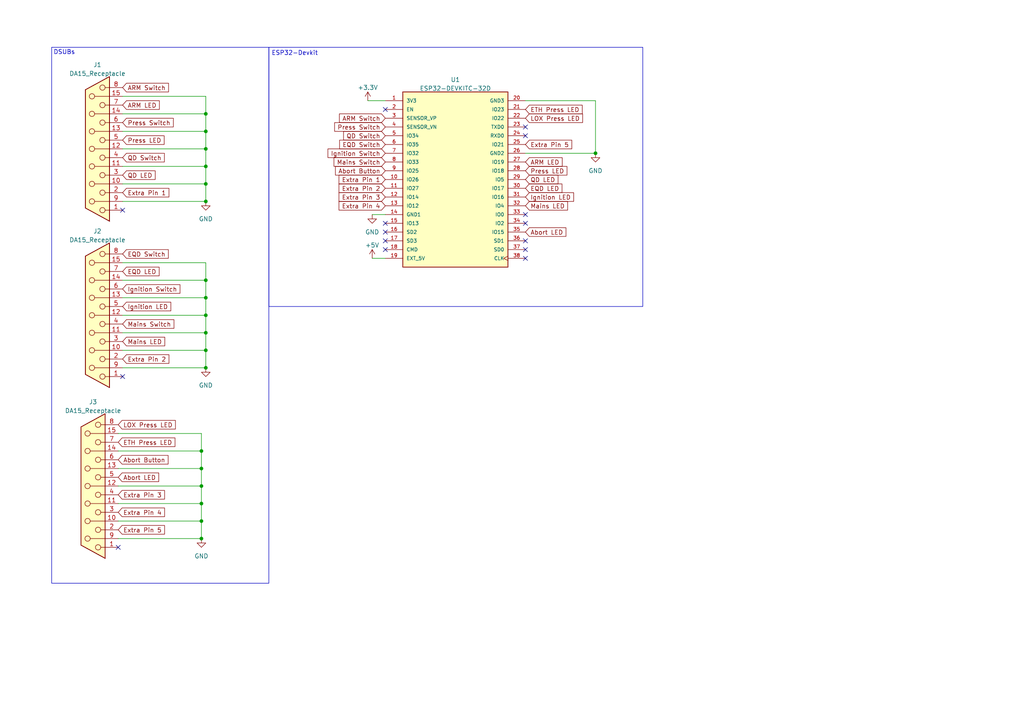
<source format=kicad_sch>
(kicad_sch (version 20230121) (generator eeschema)
  (paper "A4")
  (lib_symbols
    (symbol "Connector:DA15_Receptacle" (pin_names (offset 1.016) hide)
      (property "Reference" "J" (at 0.508 21.59 0))
      (property "Value" "DA15_Receptacle" (at 0 -22.225 0))
      (symbol "DA15_Receptacle_0_1"
        (circle (center -1.778 -17.78) (radius 0.762))
        (circle (center -1.778 -12.7) (radius 0.762))
        (circle (center -1.778 -7.62) (radius 0.762))
        (circle (center -1.778 -2.54) (radius 0.762))
        (circle (center -1.778 2.54) (radius 0.762))
        (circle (center -1.778 7.62) (radius 0.762))
        (circle (center -1.778 12.7) (radius 0.762))
        (circle (center -1.778 17.78) (radius 0.762))
        (polyline (pts (xy -3.81 -17.78) (xy -2.54 -17.78)))
        (polyline (pts (xy -3.81 -15.24) (xy 0.508 -15.24)))
        (polyline (pts (xy -3.81 -12.7) (xy -2.54 -12.7)))
        (polyline (pts (xy -3.81 -10.16) (xy 0.508 -10.16)))
        (polyline (pts (xy -3.81 -7.62) (xy -2.54 -7.62)))
        (polyline (pts (xy -3.81 -5.08) (xy 0.508 -5.08)))
        (polyline (pts (xy -3.81 -2.54) (xy -2.54 -2.54)))
        (polyline (pts (xy -3.81 0) (xy 0.508 0)))
        (polyline (pts (xy -3.81 2.54) (xy -2.54 2.54)))
        (polyline (pts (xy -3.81 5.08) (xy 0.508 5.08)))
        (polyline (pts (xy -3.81 7.62) (xy -2.54 7.62)))
        (polyline (pts (xy -3.81 10.16) (xy 0.508 10.16)))
        (polyline (pts (xy -3.81 12.7) (xy -2.54 12.7)))
        (polyline (pts (xy -3.81 15.24) (xy 0.508 15.24)))
        (polyline (pts (xy -3.81 17.78) (xy -2.54 17.78)))
        (polyline (pts (xy -3.81 20.955) (xy 3.175 17.145) (xy 3.175 -17.145) (xy -3.81 -20.955) (xy -3.81 20.955)) (stroke (width 0.254)) (fill (type background)))
        (circle (center 1.27 -15.24) (radius 0.762))
        (circle (center 1.27 -10.16) (radius 0.762))
        (circle (center 1.27 -5.08) (radius 0.762))
        (circle (center 1.27 0) (radius 0.762))
        (circle (center 1.27 5.08) (radius 0.762))
        (circle (center 1.27 10.16) (radius 0.762))
        (circle (center 1.27 15.24) (radius 0.762))
      )
      (symbol "DA15_Receptacle_1_1"
        (pin passive line (at -7.62 17.78 0) (length 3.81) (name "1") (number "1"))
        (pin passive line (at -7.62 10.16 0) (length 3.81) (name "P10") (number "10"))
        (pin passive line (at -7.62 5.08 0) (length 3.81) (name "P111") (number "11"))
        (pin passive line (at -7.62 0 0) (length 3.81) (name "P12") (number "12"))
        (pin passive line (at -7.62 -5.08 0) (length 3.81) (name "P13") (number "13"))
        (pin passive line (at -7.62 -10.16 0) (length 3.81) (name "P14") (number "14"))
        (pin passive line (at -7.62 -15.24 0) (length 3.81) (name "P15") (number "15"))
        (pin passive line (at -7.62 12.7 0) (length 3.81) (name "2") (number "2"))
        (pin passive line (at -7.62 7.62 0) (length 3.81) (name "3") (number "3"))
        (pin passive line (at -7.62 2.54 0) (length 3.81) (name "4") (number "4"))
        (pin passive line (at -7.62 -2.54 0) (length 3.81) (name "5") (number "5"))
        (pin passive line (at -7.62 -7.62 0) (length 3.81) (name "6") (number "6"))
        (pin passive line (at -7.62 -12.7 0) (length 3.81) (name "7") (number "7"))
        (pin passive line (at -7.62 -17.78 0) (length 3.81) (name "8") (number "8"))
        (pin passive line (at -7.62 15.24 0) (length 3.81) (name "P9") (number "9"))
      )
    )
    (symbol "ESP32-DEVKITC-32D:ESP32-DEVKITC-32D" (pin_names (offset 1.016))
      (property "Reference" "U" (at -15.2654 26.0604 0))
      (property "Value" "ESP32-DEVKITC-32D" (at -15.2654 -27.9654 0))
      (symbol "ESP32-DEVKITC-32D_0_0"
        (rectangle (start -15.24 -25.4) (end 15.24 25.4) (stroke (width 0.254)) (fill (type background)))
        (pin power_in line (at -20.32 22.86 0) (length 5.08) (name "3V3") (number "1"))
        (pin bidirectional line (at -20.32 0 0) (length 5.08) (name "IO26") (number "10"))
        (pin bidirectional line (at -20.32 -2.54 0) (length 5.08) (name "IO27") (number "11"))
        (pin bidirectional line (at -20.32 -5.08 0) (length 5.08) (name "IO14") (number "12"))
        (pin bidirectional line (at -20.32 -7.62 0) (length 5.08) (name "IO12") (number "13"))
        (pin power_in line (at -20.32 -10.16 0) (length 5.08) (name "GND1") (number "14"))
        (pin bidirectional line (at -20.32 -12.7 0) (length 5.08) (name "IO13") (number "15"))
        (pin bidirectional line (at -20.32 -15.24 0) (length 5.08) (name "SD2") (number "16"))
        (pin bidirectional line (at -20.32 -17.78 0) (length 5.08) (name "SD3") (number "17"))
        (pin bidirectional line (at -20.32 -20.32 0) (length 5.08) (name "CMD") (number "18"))
        (pin power_in line (at -20.32 -22.86 0) (length 5.08) (name "EXT_5V") (number "19"))
        (pin input line (at -20.32 20.32 0) (length 5.08) (name "EN") (number "2"))
        (pin power_in line (at 20.32 22.86 180) (length 5.08) (name "GND3") (number "20"))
        (pin bidirectional line (at 20.32 20.32 180) (length 5.08) (name "IO23") (number "21"))
        (pin bidirectional line (at 20.32 17.78 180) (length 5.08) (name "IO22") (number "22"))
        (pin output line (at 20.32 15.24 180) (length 5.08) (name "TXD0") (number "23"))
        (pin input line (at 20.32 12.7 180) (length 5.08) (name "RXD0") (number "24"))
        (pin bidirectional line (at 20.32 10.16 180) (length 5.08) (name "IO21") (number "25"))
        (pin power_in line (at 20.32 7.62 180) (length 5.08) (name "GND2") (number "26"))
        (pin bidirectional line (at 20.32 5.08 180) (length 5.08) (name "IO19") (number "27"))
        (pin bidirectional line (at 20.32 2.54 180) (length 5.08) (name "IO18") (number "28"))
        (pin bidirectional line (at 20.32 0 180) (length 5.08) (name "IO5") (number "29"))
        (pin input line (at -20.32 17.78 0) (length 5.08) (name "SENSOR_VP") (number "3"))
        (pin bidirectional line (at 20.32 -2.54 180) (length 5.08) (name "IO17") (number "30"))
        (pin bidirectional line (at 20.32 -5.08 180) (length 5.08) (name "IO16") (number "31"))
        (pin bidirectional line (at 20.32 -7.62 180) (length 5.08) (name "IO4") (number "32"))
        (pin bidirectional line (at 20.32 -10.16 180) (length 5.08) (name "IO0") (number "33"))
        (pin bidirectional line (at 20.32 -12.7 180) (length 5.08) (name "IO2") (number "34"))
        (pin bidirectional line (at 20.32 -15.24 180) (length 5.08) (name "IO15") (number "35"))
        (pin bidirectional line (at 20.32 -17.78 180) (length 5.08) (name "SD1") (number "36"))
        (pin bidirectional line (at 20.32 -20.32 180) (length 5.08) (name "SD0") (number "37"))
        (pin input clock (at 20.32 -22.86 180) (length 5.08) (name "CLK") (number "38"))
        (pin input line (at -20.32 15.24 0) (length 5.08) (name "SENSOR_VN") (number "4"))
        (pin bidirectional line (at -20.32 12.7 0) (length 5.08) (name "IO34") (number "5"))
        (pin bidirectional line (at -20.32 10.16 0) (length 5.08) (name "IO35") (number "6"))
        (pin bidirectional line (at -20.32 7.62 0) (length 5.08) (name "IO32") (number "7"))
        (pin bidirectional line (at -20.32 5.08 0) (length 5.08) (name "IO33") (number "8"))
        (pin bidirectional line (at -20.32 2.54 0) (length 5.08) (name "IO25") (number "9"))
      )
    )
    (symbol "power:+3.3V" (power) (pin_names (offset 0))
      (property "Value" "+3.3V" (at 0 3.556 0))
      (symbol "+3.3V_0_1"
        (polyline (pts (xy -0.762 1.27) (xy 0 2.54)))
        (polyline (pts (xy 0 0) (xy 0 2.54)))
        (polyline (pts (xy 0 2.54) (xy 0.762 1.27)))
      )
      (symbol "+3.3V_1_1"
        (pin power_in line (at 0 0 90) (length 0) hide (name "+3.3V") (number "1"))
      )
    )
    (symbol "power:+5V" (power) (pin_names (offset 0))
      (property "Value" "+5V" (at 0 3.556 0))
      (symbol "+5V_0_1"
        (polyline (pts (xy -0.762 1.27) (xy 0 2.54)))
        (polyline (pts (xy 0 0) (xy 0 2.54)))
        (polyline (pts (xy 0 2.54) (xy 0.762 1.27)))
      )
      (symbol "+5V_1_1"
        (pin power_in line (at 0 0 90) (length 0) hide (name "+5V") (number "1"))
      )
    )
    (symbol "power:GND" (power) (pin_names (offset 0))
      (property "Value" "GND" (at 0 -3.81 0))
      (symbol "GND_0_1"
        (polyline (pts (xy 0 0) (xy 0 -1.27) (xy 1.27 -1.27) (xy 0 -2.54) (xy -1.27 -1.27) (xy 0 -1.27)))
      )
      (symbol "GND_1_1"
        (pin power_in line (at 0 0 270) (length 0) hide (name "GND") (number "1"))
      )
    )
  )
  (junction (at 59.69 53.34))
  (junction (at 59.69 81.28))
  (junction (at 59.69 43.18))
  (junction (at 59.69 58.42))
  (junction (at 172.72 44.45))
  (junction (at 58.42 146.05))
  (junction (at 59.69 96.52))
  (junction (at 59.69 101.6))
  (junction (at 59.69 48.26))
  (junction (at 59.69 86.36))
  (junction (at 59.69 38.1))
  (junction (at 59.69 106.68))
  (junction (at 58.42 140.97))
  (junction (at 59.69 33.02))
  (junction (at 58.42 130.81))
  (junction (at 58.42 156.21))
  (junction (at 58.42 135.89))
  (junction (at 58.42 151.13))
  (junction (at 59.69 91.44))
  (no_connect (at 111.76 67.31))
  (no_connect (at 34.29 158.75))
  (no_connect (at 152.4 39.37))
  (no_connect (at 152.4 62.23))
  (no_connect (at 152.4 69.85))
  (no_connect (at 111.76 64.77))
  (no_connect (at 111.76 69.85))
  (no_connect (at 111.76 72.39))
  (no_connect (at 152.4 64.77))
  (no_connect (at 35.56 60.96))
  (no_connect (at 35.56 109.22))
  (no_connect (at 111.76 31.75))
  (no_connect (at 152.4 72.39))
  (no_connect (at 152.4 36.83))
  (no_connect (at 152.4 74.93))
  (wire (pts (xy 34.29 130.81) (xy 58.42 130.81)))
  (wire (pts (xy 35.56 38.1) (xy 59.69 38.1)))
  (wire (pts (xy 34.29 156.21) (xy 58.42 156.21)))
  (wire (pts (xy 58.42 130.81) (xy 58.42 135.89)))
  (wire (pts (xy 35.56 33.02) (xy 59.69 33.02)))
  (wire (pts (xy 152.4 44.45) (xy 172.72 44.45)))
  (wire (pts (xy 59.69 27.94) (xy 59.69 33.02)))
  (wire (pts (xy 59.69 48.26) (xy 59.69 53.34)))
  (wire (pts (xy 107.95 74.93) (xy 111.76 74.93)))
  (wire (pts (xy 35.56 27.94) (xy 59.69 27.94)))
  (wire (pts (xy 59.69 53.34) (xy 59.69 58.42)))
  (wire (pts (xy 59.69 33.02) (xy 59.69 38.1)))
  (wire (pts (xy 34.29 140.97) (xy 58.42 140.97)))
  (wire (pts (xy 35.56 48.26) (xy 59.69 48.26)))
  (wire (pts (xy 59.69 76.2) (xy 59.69 81.28)))
  (wire (pts (xy 59.69 101.6) (xy 59.69 106.68)))
  (wire (pts (xy 35.56 81.28) (xy 59.69 81.28)))
  (wire (pts (xy 59.69 91.44) (xy 59.69 96.52)))
  (wire (pts (xy 59.69 86.36) (xy 59.69 91.44)))
  (wire (pts (xy 34.29 151.13) (xy 58.42 151.13)))
  (wire (pts (xy 35.56 43.18) (xy 59.69 43.18)))
  (wire (pts (xy 59.69 38.1) (xy 59.69 43.18)))
  (wire (pts (xy 59.69 96.52) (xy 59.69 101.6)))
  (wire (pts (xy 58.42 140.97) (xy 58.42 146.05)))
  (wire (pts (xy 35.56 86.36) (xy 59.69 86.36)))
  (wire (pts (xy 59.69 43.18) (xy 59.69 48.26)))
  (wire (pts (xy 107.95 62.23) (xy 111.76 62.23)))
  (wire (pts (xy 35.56 106.68) (xy 59.69 106.68)))
  (wire (pts (xy 34.29 125.73) (xy 58.42 125.73)))
  (wire (pts (xy 35.56 53.34) (xy 59.69 53.34)))
  (wire (pts (xy 35.56 76.2) (xy 59.69 76.2)))
  (wire (pts (xy 35.56 96.52) (xy 59.69 96.52)))
  (wire (pts (xy 106.68 29.21) (xy 111.76 29.21)))
  (wire (pts (xy 59.69 81.28) (xy 59.69 86.36)))
  (wire (pts (xy 58.42 146.05) (xy 58.42 151.13)))
  (wire (pts (xy 34.29 146.05) (xy 58.42 146.05)))
  (wire (pts (xy 152.4 29.21) (xy 172.72 29.21)))
  (wire (pts (xy 58.42 151.13) (xy 58.42 156.21)))
  (wire (pts (xy 35.56 91.44) (xy 59.69 91.44)))
  (wire (pts (xy 58.42 135.89) (xy 58.42 140.97)))
  (wire (pts (xy 35.56 101.6) (xy 59.69 101.6)))
  (wire (pts (xy 35.56 58.42) (xy 59.69 58.42)))
  (wire (pts (xy 34.29 135.89) (xy 58.42 135.89)))
  (wire (pts (xy 172.72 29.21) (xy 172.72 44.45)))
  (wire (pts (xy 58.42 125.73) (xy 58.42 130.81)))
  (rectangle (start 14.986 13.716) (end 77.978 169.164))
  (rectangle (start 77.978 13.716) (end 186.436 88.9))
  (text "DSUBs" (at 15.494 16.002 0) (effects (font (size 1.27 1.27)) (justify left bottom)))
  (text "ESP32-Devkit\n" (at 78.74 16.256 0) (effects (font (size 1.27 1.27)) (justify left bottom)))
  (global_label "Extra Pin 4" (shape input) (at 34.29 148.59 0) (property "Intersheetrefs" "${INTERSHEET_REFS}" (effects hide)))
  (global_label "Ignition Switch" (shape input) (at 111.76 44.45 180) (property "Intersheetrefs" "${INTERSHEET_REFS}" (effects hide)))
  (global_label "Abort LED" (shape input) (at 34.29 138.43 0) (property "Intersheetrefs" "${INTERSHEET_REFS}" (effects hide)))
  (global_label "Extra Pin 2" (shape input) (at 111.76 54.61 180) (property "Intersheetrefs" "${INTERSHEET_REFS}" (effects hide)))
  (global_label "LOX Press LED" (shape input) (at 34.29 123.19 0) (property "Intersheetrefs" "${INTERSHEET_REFS}" (effects hide)))
  (global_label "Ignition Switch" (shape input) (at 35.56 83.82 0) (property "Intersheetrefs" "${INTERSHEET_REFS}" (effects hide)))
  (global_label "Press Switch" (shape input) (at 111.76 36.83 180) (property "Intersheetrefs" "${INTERSHEET_REFS}" (effects hide)))
  (global_label "QD LED" (shape input) (at 152.4 52.07 0) (property "Intersheetrefs" "${INTERSHEET_REFS}" (effects hide)))
  (global_label "QD Switch" (shape input) (at 111.76 39.37 180) (property "Intersheetrefs" "${INTERSHEET_REFS}" (effects hide)))
  (global_label "Abort LED" (shape input) (at 152.4 67.31 0) (property "Intersheetrefs" "${INTERSHEET_REFS}" (effects hide)))
  (global_label "Press Switch" (shape input) (at 35.56 35.56 0) (property "Intersheetrefs" "${INTERSHEET_REFS}" (effects hide)))
  (global_label "Mains LED" (shape input) (at 152.4 59.69 0) (property "Intersheetrefs" "${INTERSHEET_REFS}" (effects hide)))
  (global_label "Extra Pin 1" (shape input) (at 35.56 55.88 0) (property "Intersheetrefs" "${INTERSHEET_REFS}" (effects hide)))
  (global_label "Press LED" (shape input) (at 35.56 40.64 0) (property "Intersheetrefs" "${INTERSHEET_REFS}" (effects hide)))
  (global_label "Mains LED" (shape input) (at 35.56 99.06 0) (property "Intersheetrefs" "${INTERSHEET_REFS}" (effects hide)))
  (global_label "Abort Button" (shape input) (at 34.29 133.35 0) (property "Intersheetrefs" "${INTERSHEET_REFS}" (effects hide)))
  (global_label "ETH Press LED" (shape input) (at 152.4 31.75 0) (property "Intersheetrefs" "${INTERSHEET_REFS}" (effects hide)))
  (global_label "Press LED" (shape input) (at 152.4 49.53 0) (property "Intersheetrefs" "${INTERSHEET_REFS}" (effects hide)))
  (global_label "EQD Switch" (shape input) (at 111.76 41.91 180) (property "Intersheetrefs" "${INTERSHEET_REFS}" (effects hide)))
  (global_label "Ignition LED" (shape input) (at 152.4 57.15 0) (property "Intersheetrefs" "${INTERSHEET_REFS}" (effects hide)))
  (global_label "EQD LED" (shape input) (at 35.56 78.74 0) (property "Intersheetrefs" "${INTERSHEET_REFS}" (effects hide)))
  (global_label "Extra Pin 5" (shape input) (at 34.29 153.67 0) (property "Intersheetrefs" "${INTERSHEET_REFS}" (effects hide)))
  (global_label "Extra Pin 3" (shape input) (at 34.29 143.51 0) (property "Intersheetrefs" "${INTERSHEET_REFS}" (effects hide)))
  (global_label "LOX Press LED" (shape input) (at 152.4 34.29 0) (property "Intersheetrefs" "${INTERSHEET_REFS}" (effects hide)))
  (global_label "EQD Switch" (shape input) (at 35.56 73.66 0) (property "Intersheetrefs" "${INTERSHEET_REFS}" (effects hide)))
  (global_label "Extra Pin 3" (shape input) (at 111.76 57.15 180) (property "Intersheetrefs" "${INTERSHEET_REFS}" (effects hide)))
  (global_label "ARM Switch" (shape input) (at 35.56 25.4 0) (property "Intersheetrefs" "${INTERSHEET_REFS}" (effects hide)))
  (global_label "ETH Press LED" (shape input) (at 34.29 128.27 0) (property "Intersheetrefs" "${INTERSHEET_REFS}" (effects hide)))
  (global_label "ARM LED" (shape input) (at 152.4 46.99 0) (property "Intersheetrefs" "${INTERSHEET_REFS}" (effects hide)))
  (global_label "Extra Pin 1" (shape input) (at 111.76 52.07 180) (property "Intersheetrefs" "${INTERSHEET_REFS}" (effects hide)))
  (global_label "ARM Switch" (shape input) (at 111.76 34.29 180) (property "Intersheetrefs" "${INTERSHEET_REFS}" (effects hide)))
  (global_label "Extra Pin 4" (shape input) (at 111.76 59.69 180) (property "Intersheetrefs" "${INTERSHEET_REFS}" (effects hide)))
  (global_label "Ignition LED" (shape input) (at 35.56 88.9 0) (property "Intersheetrefs" "${INTERSHEET_REFS}" (effects hide)))
  (global_label "EQD LED" (shape input) (at 152.4 54.61 0) (property "Intersheetrefs" "${INTERSHEET_REFS}" (effects hide)))
  (global_label "QD LED" (shape input) (at 35.56 50.8 0) (property "Intersheetrefs" "${INTERSHEET_REFS}" (effects hide)))
  (global_label "Extra Pin 5" (shape input) (at 152.4 41.91 0) (property "Intersheetrefs" "${INTERSHEET_REFS}" (effects hide)))
  (global_label "Abort Button" (shape input) (at 111.76 49.53 180) (property "Intersheetrefs" "${INTERSHEET_REFS}" (effects hide)))
  (global_label "ARM LED" (shape input) (at 35.56 30.48 0) (property "Intersheetrefs" "${INTERSHEET_REFS}" (effects hide)))
  (global_label "Mains Switch" (shape input) (at 111.76 46.99 180) (property "Intersheetrefs" "${INTERSHEET_REFS}" (effects hide)))
  (global_label "Mains Switch" (shape input) (at 35.56 93.98 0) (property "Intersheetrefs" "${INTERSHEET_REFS}" (effects hide)))
  (global_label "Extra Pin 2" (shape input) (at 35.56 104.14 0) (property "Intersheetrefs" "${INTERSHEET_REFS}" (effects hide)))
  (global_label "QD Switch" (shape input) (at 35.56 45.72 0) (property "Intersheetrefs" "${INTERSHEET_REFS}" (effects hide)))
  (symbol (lib_id "Connector:DA15_Receptacle") (at 27.94 43.18 180) (unit 1)
    (property "Reference" "J1" (at 28.2575 18.796 0))
    (property "Value" "DA15_Receptacle" (at 28.2575 21.336 0))
    (property "Footprint" "Connector_Dsub:DSUB-15_Female_Vertical_P2.77x2.84mm_MountingHoles" (effects hide))
    (property "Datasheet" " ~" (effects hide))
  )
  (symbol (lib_id "Connector:DA15_Receptacle") (at 26.67 140.97 180) (unit 1)
    (property "Reference" "J3" (at 26.9875 116.586 0))
    (property "Value" "DA15_Receptacle" (at 26.9875 119.126 0))
    (property "Footprint" "Connector_Dsub:DSUB-15_Female_Vertical_P2.77x2.84mm_MountingHoles" (effects hide))
    (property "Datasheet" " ~" (effects hide))
  )
  (symbol (lib_id "power:GND") (at 59.69 58.42 0) (unit 1)
    (property "Reference" "#PWR04" (effects hide))
    (property "Value" "GND" (at 59.69 63.5 0))
  )
  (symbol (lib_id "power:+5V") (at 107.95 74.93 0) (unit 1)
    (property "Reference" "#PWR01" (effects hide))
    (property "Value" "+5V" (at 107.95 71.12 0))
  )
  (symbol (lib_id "ESP32-DEVKITC-32D:ESP32-DEVKITC-32D") (at 132.08 52.07 0) (unit 1)
    (property "Reference" "U1" (at 132.08 23.114 0))
    (property "Value" "ESP32-DEVKITC-32D" (at 132.08 25.654 0))
    (property "Footprint" "Ellie_Project_Footprints:MODULE_ESP32-DEVKITC-32D" (effects hide))
    (property "MANUFACTURER" "Espressif Systems" (effects hide))
    (property "PARTREV" "4" (effects hide))
  )
  (symbol (lib_id "power:GND") (at 58.42 156.21 0) (unit 1)
    (property "Reference" "#PWR06" (effects hide))
    (property "Value" "GND" (at 58.42 161.29 0))
  )
  (symbol (lib_id "power:GND") (at 107.95 62.23 0) (unit 1)
    (property "Reference" "#PWR07" (effects hide))
    (property "Value" "GND" (at 107.95 67.31 0))
  )
  (symbol (lib_id "Connector:DA15_Receptacle") (at 27.94 91.44 180) (unit 1)
    (property "Reference" "J2" (at 28.2575 67.056 0))
    (property "Value" "DA15_Receptacle" (at 28.2575 69.596 0))
    (property "Footprint" "Connector_Dsub:DSUB-15_Female_Vertical_P2.77x2.84mm_MountingHoles" (effects hide))
    (property "Datasheet" " ~" (effects hide))
  )
  (symbol (lib_id "power:GND") (at 172.72 44.45 0) (unit 1)
    (property "Reference" "#PWR02" (effects hide))
    (property "Value" "GND" (at 172.72 49.53 0))
  )
  (symbol (lib_id "power:GND") (at 59.69 106.68 0) (unit 1)
    (property "Reference" "#PWR05" (effects hide))
    (property "Value" "GND" (at 59.69 111.76 0))
  )
  (symbol (lib_id "power:+3.3V") (at 106.68 29.21 0) (unit 1)
    (property "Reference" "#PWR03" (effects hide))
    (property "Value" "+3.3V" (at 106.68 25.4 0))
  )
)
</source>
